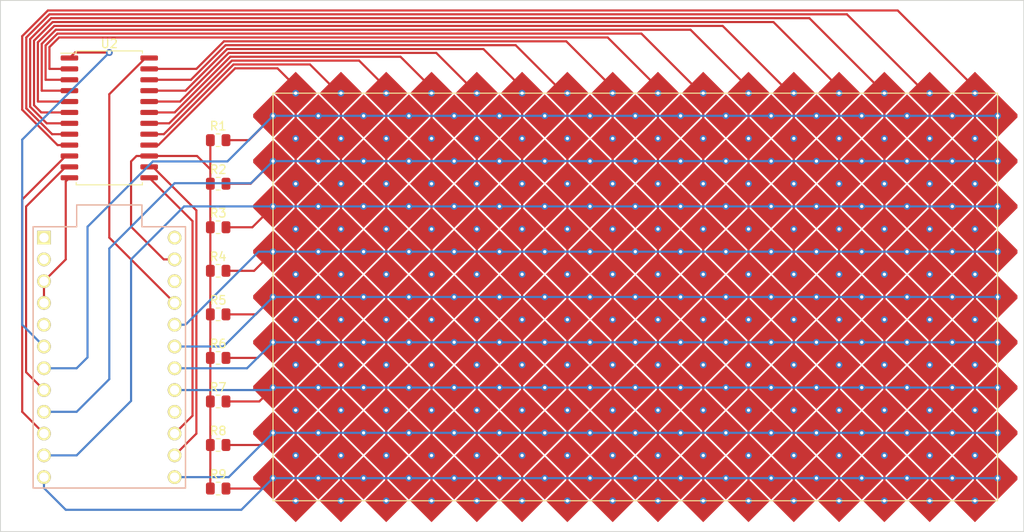
<source format=kicad_pcb>
(kicad_pcb (version 20211014) (generator pcbnew)
  (layers (0 "F.Cu" signal) (31 "B.Cu" signal) (34 "B.Paste" user) (35 "F.Paste" user) (36 "B.SilkS" user "B.Silkscreen") (37 "F.SilkS" user "F.Silkscreen") (38 "B.Mask" user) (39 "F.Mask" user) (44 "Edge.Cuts" user))
  (net 0 "")
  (net 1 "/GND")
  (net 2 "/ADC0")
  (net 3 "/ADC1")
  (net 4 "/ADC2")
  (net 5 "/ADC3")
  (net 6 "/ADC6")
  (net 7 "/ADC7")
  (net 8 "/ADC8")
  (net 9 "/ADC9")
  (net 10 "/ADC10")
  (net 11 "PWM")
  (net 12 "/SIG0")
  (net 13 "/SIG1")
  (net 14 "/SIG3")
  (net 15 "/SIG2")
  (net 16 "/Vcc")
  (net 22 "Net-(U1-PadTx1)")
  (net 23 "Net-(U1-PadTx2)")
  (net 24 "Net-(U1-PadTx3)")
  (net 25 "Net-(U1-PadTx4)")
  (net 26 "Net-(U1-PadTx5)")
  (net 27 "Net-(U1-PadTx6)")
  (net 28 "Net-(U1-PadTx7)")
  (net 29 "Net-(U1-PadTx8)")
  (net 30 "Net-(U1-PadTx9)")
  (net 31 "Net-(U1-PadTx10)")
  (net 32 "Net-(U1-PadTx11)")
  (net 33 "Net-(U1-PadTx12)")
  (net 34 "Net-(U1-PadTx13)")
  (net 35 "Net-(U1-PadTx14)")
  (net 36 "Net-(U1-PadTx15)")
  (net 37 "Net-(U1-PadTx16)")
  (footprint "promicro:ProMicro" (layer "F.Cu") (at 88.9 83.82 -90)
    (fp_text reference "U3" hide)
    (fp_text value "ProMicro")
  )
  (footprint "touchpad-pattern:touchpad" (layer "F.Cu") (at 108 53)
    (fp_text reference "U1" hide)
    (fp_text value "touchpad" hide)
  )
  (footprint "Resistor_SMD:R_0805_2012Metric" (layer "F.Cu") (at 101.6 68.640874)
    (fp_text reference "R3")
    (fp_text value "R")
  )
  (footprint "Resistor_SMD:R_0805_2012Metric" (layer "F.Cu") (at 101.6 88.960874)
    (fp_text reference "R7")
    (fp_text value "R")
  )
  (footprint "Resistor_SMD:R_0805_2012Metric" (layer "F.Cu") (at 101.6 73.720874)
    (fp_text reference "R4")
    (fp_text value "R")
  )
  (footprint "Resistor_SMD:R_0805_2012Metric" (layer "F.Cu") (at 101.6 78.800874)
    (fp_text reference "R5")
    (fp_text value "R")
  )
  (footprint "Resistor_SMD:R_0805_2012Metric" (layer "F.Cu") (at 101.6 83.880874)
    (fp_text reference "R6")
    (fp_text value "R")
  )
  (footprint "Resistor_SMD:R_0805_2012Metric" (layer "F.Cu") (at 101.6 94.040874)
    (fp_text reference "R8")
    (fp_text value "R")
  )
  (footprint "Resistor_SMD:R_0805_2012Metric" (layer "F.Cu") (at 101.6 63.560874)
    (fp_text reference "R2")
    (fp_text value "R")
  )
  (footprint "Package_SO:SOIC-24W_7.5x15.4mm_P1.27mm" (layer "F.Cu") (at 88.9 55.88)
    (fp_text reference "U2")
    (fp_text value "CD74HC4067M")
  )
  (footprint "Resistor_SMD:R_0805_2012Metric" (layer "F.Cu") (at 101.6 58.480874)
    (fp_text reference "R1")
    (fp_text value "R")
  )
  (footprint "Resistor_SMD:R_0805_2012Metric" (layer "F.Cu") (at 101.6 99.120874)
    (fp_text reference "R9")
    (fp_text value "R")
  )
  (gr_rect (start 76.2 42.178805) (end 195.58 104.14) (layer "Edge.Cuts") (width 0.1) (fill none))
  (segment (start 99.14 60.325) (end 100.6875 61.8725) (width 0.25) (layer "F.Cu") (net 1))
  (segment (start 91.44 60.96) (end 92.075 60.325) (width 0.25) (layer "F.Cu") (net 1))
  (segment (start 81.28 77.47) (end 81.28 74.93) (width 0.25) (layer "F.Cu") (net 1))
  (segment (start 100.6875 61.8725) (end 100.6875 99.120874) (width 0.25) (layer "F.Cu") (net 1))
  (segment (start 84.25 62.865) (end 83.82 63.295) (width 0.25) (layer "F.Cu") (net 1))
  (segment (start 83.82 72.39) (end 81.28 74.93) (width 0.25) (layer "F.Cu") (net 1))
  (segment (start 92.075 60.325) (end 93.55 60.325) (width 0.25) (layer "F.Cu") (net 1))
  (segment (start 100.6875 58.480874) (end 100.6875 61.8725) (width 0.25) (layer "F.Cu") (net 1))
  (segment (start 95.25 72.39) (end 91.44 68.58) (width 0.25) (layer "F.Cu") (net 1))
  (segment (start 96.52 72.39) (end 95.25 72.39) (width 0.25) (layer "F.Cu") (net 1))
  (segment (start 93.55 60.325) (end 99.14 60.325) (width 0.25) (layer "F.Cu") (net 1))
  (segment (start 91.44 68.58) (end 91.44 60.96) (width 0.25) (layer "F.Cu") (net 1))
  (segment (start 83.82 63.295) (end 83.82 72.39) (width 0.25) (layer "F.Cu") (net 1))
  (segment (start 106.403166 88.960874) (end 108 87.36404) (width 0.25) (layer "F.Cu") (net 2))
  (segment (start 102.5125 88.960874) (end 106.403166 88.960874) (width 0.25) (layer "F.Cu") (net 2))
  (segment (start 108 87.338478) (end 107.708478 87.63) (width 0.25) (layer "B.Cu") (net 2))
  (segment (start 108 87.338478) (end 192.525483 87.338478) (width 0.25) (layer "B.Cu") (net 2))
  (segment (start 107.708478 87.63) (end 96.52 87.63) (width 0.25) (layer "B.Cu") (net 2))
  (segment (start 106.200326 83.880874) (end 108 82.0812) (width 0.25) (layer "F.Cu") (net 3))
  (segment (start 102.5125 83.880874) (end 106.200326 83.880874) (width 0.25) (layer "F.Cu") (net 3))
  (segment (start 108 82.055635) (end 104.965635 85.09) (width 0.25) (layer "B.Cu") (net 3))
  (segment (start 104.965635 85.09) (end 96.52 85.09) (width 0.25) (layer "B.Cu") (net 3))
  (segment (start 108 82.055635) (end 192.525483 82.055635) (width 0.25) (layer "B.Cu") (net 3))
  (segment (start 105.997486 78.800874) (end 108 76.79836) (width 0.25) (layer "F.Cu") (net 4))
  (segment (start 102.5125 78.800874) (end 105.997486 78.800874) (width 0.25) (layer "F.Cu") (net 4))
  (segment (start 108 76.772792) (end 102.222792 82.55) (width 0.25) (layer "B.Cu") (net 4))
  (segment (start 102.222792 82.55) (end 96.52 82.55) (width 0.25) (layer "B.Cu") (net 4))
  (segment (start 108 76.772792) (end 192.525483 76.772792) (width 0.25) (layer "B.Cu") (net 4))
  (segment (start 102.5125 73.720874) (end 105.794646 73.720874) (width 0.25) (layer "F.Cu") (net 5))
  (segment (start 105.794646 73.720874) (end 108 71.51552) (width 0.25) (layer "F.Cu") (net 5))
  (segment (start 97.79 80.01) (end 96.52 80.01) (width 0.25) (layer "B.Cu") (net 5))
  (segment (start 108 71.489949) (end 106.310051 71.489949) (width 0.25) (layer "B.Cu") (net 5))
  (segment (start 106.310051 71.489949) (end 97.79 80.01) (width 0.25) (layer "B.Cu") (net 5))
  (segment (start 108 71.489949) (end 192.525483 71.489949) (width 0.25) (layer "B.Cu") (net 5))
  (segment (start 102.5125 58.480874) (end 105.186126 58.480874) (width 0.25) (layer "F.Cu") (net 6))
  (segment (start 105.186126 58.480874) (end 108 55.667) (width 0.25) (layer "F.Cu") (net 6))
  (segment (start 93.98 60.96) (end 86.36 68.58) (width 0.25) (layer "B.Cu") (net 6))
  (segment (start 108 55.641421) (end 192.525483 55.641421) (width 0.25) (layer "B.Cu") (net 6))
  (segment (start 86.36 83.82) (end 85.09 85.09) (width 0.25) (layer "B.Cu") (net 6))
  (segment (start 86.36 68.58) (end 86.36 83.82) (width 0.25) (layer "B.Cu") (net 6))
  (segment (start 102.681421 60.96) (end 93.98 60.96) (width 0.25) (layer "B.Cu") (net 6))
  (segment (start 85.09 85.09) (end 81.28 85.09) (width 0.25) (layer "B.Cu") (net 6))
  (segment (start 108 55.641421) (end 102.681421 60.96) (width 0.25) (layer "B.Cu") (net 6))
  (segment (start 105.388966 63.560874) (end 108 60.94984) (width 0.25) (layer "F.Cu") (net 7))
  (segment (start 102.5125 63.560874) (end 105.388966 63.560874) (width 0.25) (layer "F.Cu") (net 7))
  (segment (start 88.9 71.12) (end 96.52 63.5) (width 0.25) (layer "B.Cu") (net 7))
  (segment (start 105.424264 63.5) (end 108 60.924264) (width 0.25) (layer "B.Cu") (net 7))
  (segment (start 96.52 63.5) (end 105.424264 63.5) (width 0.25) (layer "B.Cu") (net 7))
  (segment (start 108 60.924264) (end 192.525483 60.924264) (width 0.25) (layer "B.Cu") (net 7))
  (segment (start 85.09 90.17) (end 88.9 86.36) (width 0.25) (layer "B.Cu") (net 7))
  (segment (start 81.28 90.17) (end 85.09 90.17) (width 0.25) (layer "B.Cu") (net 7))
  (segment (start 88.9 86.36) (end 88.9 71.12) (width 0.25) (layer "B.Cu") (net 7))
  (segment (start 102.5125 68.640874) (end 105.591806 68.640874) (width 0.25) (layer "F.Cu") (net 8))
  (segment (start 105.591806 68.640874) (end 108 66.23268) (width 0.25) (layer "F.Cu") (net 8))
  (segment (start 91.44 72.39) (end 91.44 88.9) (width 0.25) (layer "B.Cu") (net 8))
  (segment (start 91.44 88.9) (end 85.09 95.25) (width 0.25) (layer "B.Cu") (net 8))
  (segment (start 85.09 95.25) (end 81.28 95.25) (width 0.25) (layer "B.Cu") (net 8))
  (segment (start 108 66.207107) (end 97.622893 66.207107) (width 0.25) (layer "B.Cu") (net 8))
  (segment (start 108 66.207107) (end 192.525483 66.207107) (width 0.25) (layer "B.Cu") (net 8))
  (segment (start 97.622893 66.207107) (end 91.44 72.39) (width 0.25) (layer "B.Cu") (net 8))
  (segment (start 106.808846 99.120874) (end 108 97.92972) (width 0.25) (layer "F.Cu") (net 9))
  (segment (start 102.5125 99.120874) (end 106.808846 99.120874) (width 0.25) (layer "F.Cu") (net 9))
  (segment (start 108 97.904163) (end 104.304163 101.6) (width 0.25) (layer "B.Cu") (net 9))
  (segment (start 104.304163 101.6) (end 83.82 101.6) (width 0.25) (layer "B.Cu") (net 9))
  (segment (start 81.28 99.06) (end 81.28 97.79) (width 0.25) (layer "B.Cu") (net 9))
  (segment (start 108 97.904163) (end 192.525483 97.904163) (width 0.25) (layer "B.Cu") (net 9))
  (segment (start 83.82 101.6) (end 81.28 99.06) (width 0.25) (layer "B.Cu") (net 9))
  (segment (start 102.5125 94.040874) (end 106.606006 94.040874) (width 0.25) (layer "F.Cu") (net 10))
  (segment (start 106.606006 94.040874) (end 108 92.64688) (width 0.25) (layer "F.Cu") (net 10))
  (segment (start 102.83132 97.79) (end 96.52 97.79) (width 0.25) (layer "B.Cu") (net 10))
  (segment (start 108 92.62132) (end 192.525483 92.62132) (width 0.25) (layer "B.Cu") (net 10))
  (segment (start 108 92.62132) (end 102.83132 97.79) (width 0.25) (layer "B.Cu") (net 10))
  (segment (start 84.885 48.26) (end 88.9 48.26) (width 0.25) (layer "F.Cu") (net 11))
  (segment (start 84.25 48.895) (end 84.885 48.26) (width 0.25) (layer "F.Cu") (net 11))
  (via blind (at 88.9 48.26) (size 0.8) (drill 0.4) (layers "F.Cu" "B.Cu") (net 11))
  (segment (start 78.74 80.01) (end 78.74 58.42) (width 0.25) (layer "B.Cu") (net 11))
  (segment (start 78.74 58.42) (end 88.9 48.26) (width 0.25) (layer "B.Cu") (net 11))
  (segment (start 81.28 82.55) (end 78.74 80.01) (width 0.25) (layer "B.Cu") (net 11))
  (segment (start 93.976751 61.595) (end 99.06 66.678249) (width 0.25) (layer "F.Cu") (net 12))
  (segment (start 99.06 92.71) (end 96.52 95.25) (width 0.25) (layer "F.Cu") (net 12))
  (segment (start 99.06 66.678249) (end 99.06 92.71) (width 0.25) (layer "F.Cu") (net 12))
  (segment (start 93.55 61.595) (end 93.976751 61.595) (width 0.25) (layer "F.Cu") (net 12))
  (segment (start 98.61 90.62) (end 96.52 92.71) (width 0.25) (layer "F.Cu") (net 13))
  (segment (start 98.61 67.925) (end 98.61 90.62) (width 0.25) (layer "F.Cu") (net 13))
  (segment (start 93.55 62.865) (end 98.61 67.925) (width 0.25) (layer "F.Cu") (net 13))
  (segment (start 78.74 65.408249) (end 78.74 90.17) (width 0.25) (layer "F.Cu") (net 14))
  (segment (start 84.25 60.325) (end 83.823249 60.325) (width 0.25) (layer "F.Cu") (net 14))
  (segment (start 78.74 90.17) (end 81.28 92.71) (width 0.25) (layer "F.Cu") (net 14))
  (segment (start 83.823249 60.325) (end 78.74 65.408249) (width 0.25) (layer "F.Cu") (net 14))
  (segment (start 79.19 66.228249) (end 79.19 85.54) (width 0.25) (layer "F.Cu") (net 15))
  (segment (start 83.823249 61.595) (end 79.19 66.228249) (width 0.25) (layer "F.Cu") (net 15))
  (segment (start 79.19 85.54) (end 81.28 87.63) (width 0.25) (layer "F.Cu") (net 15))
  (segment (start 84.25 61.595) (end 83.823249 61.595) (width 0.25) (layer "F.Cu") (net 15))
  (segment (start 88.9 53.118249) (end 88.9 69.85) (width 0.25) (layer "F.Cu") (net 16))
  (segment (start 93.123249 48.895) (end 88.9 53.118249) (width 0.25) (layer "F.Cu") (net 16))
  (segment (start 88.9 69.85) (end 96.52 77.47) (width 0.25) (layer "F.Cu") (net 16))
  (segment (start 93.55 48.895) (end 93.123249 48.895) (width 0.25) (layer "F.Cu") (net 16))
  (segment (start 103.57898 50.099396) (end 108.519396 50.099396) (width 0.25) (layer "F.Cu") (net 22))
  (segment (start 94.623376 59.055) (end 93.55 59.055) (width 0.25) (layer "F.Cu") (net 22))
  (segment (start 103.57898 50.099396) (end 94.623376 59.055) (width 0.25) (layer "F.Cu") (net 22))
  (segment (start 111.090625 52.670625) (end 111.090625 53) (width 0.25) (layer "F.Cu") (net 22))
  (segment (start 108.519396 50.099396) (end 111.090625 52.670625) (width 0.25) (layer "F.Cu") (net 22))
  (segment (start 110.641421 53) (end 110.641421 100.545584) (width 0.25) (layer "F.Cu") (net 22))
  (segment (start 115.475781 53) (end 115.475781 52.813604) (width 0.25) (layer "F.Cu") (net 23))
  (segment (start 115.924264 53) (end 115.924264 100.545584) (width 0.25) (layer "F.Cu") (net 23))
  (segment (start 95.25698 57.785) (end 93.55 57.785) (width 0.25) (layer "F.Cu") (net 23))
  (segment (start 103.392584 49.649396) (end 95.25698 57.785) (width 0.25) (layer "F.Cu") (net 23))
  (segment (start 112.311573 49.649396) (end 103.392584 49.649396) (width 0.25) (layer "F.Cu") (net 23))
  (segment (start 115.475781 52.813604) (end 112.311573 49.649396) (width 0.25) (layer "F.Cu") (net 23))
  (segment (start 118.042823 49.199396) (end 121.657031 52.813604) (width 0.25) (layer "F.Cu") (net 24))
  (segment (start 121.657031 52.813604) (end 121.657031 53) (width 0.25) (layer "F.Cu") (net 24))
  (segment (start 103.206188 49.199396) (end 95.890584 56.515) (width 0.25) (layer "F.Cu") (net 24))
  (segment (start 103.206188 49.199396) (end 118.042823 49.199396) (width 0.25) (layer "F.Cu") (net 24))
  (segment (start 121.207107 53) (end 121.207107 100.545584) (width 0.25) (layer "F.Cu") (net 24))
  (segment (start 95.890584 56.515) (end 93.55 56.515) (width 0.25) (layer "F.Cu") (net 24))
  (segment (start 122.874073 48.749396) (end 126.938281 52.813604) (width 0.25) (layer "F.Cu") (net 25))
  (segment (start 103.019792 48.749396) (end 122.874073 48.749396) (width 0.25) (layer "F.Cu") (net 25))
  (segment (start 126.938281 52.813604) (end 126.938281 53) (width 0.25) (layer "F.Cu") (net 25))
  (segment (start 103.019792 48.749396) (end 96.524188 55.245) (width 0.25) (layer "F.Cu") (net 25))
  (segment (start 96.524188 55.245) (end 93.55 55.245) (width 0.25) (layer "F.Cu") (net 25))
  (segment (start 126.489949 53) (end 126.489949 100.545584) (width 0.25) (layer "F.Cu") (net 25))
  (segment (start 127.039396 48.299396) (end 102.833396 48.299396) (width 0.25) (layer "F.Cu") (net 26))
  (segment (start 97.157792 53.975) (end 93.55 53.975) (width 0.25) (layer "F.Cu") (net 26))
  (segment (start 102.833396 48.299396) (end 97.157792 53.975) (width 0.25) (layer "F.Cu") (net 26))
  (segment (start 131.323438 53) (end 131.323438 52.583438) (width 0.25) (layer "F.Cu") (net 26))
  (segment (start 131.772792 53) (end 131.772792 100.545584) (width 0.25) (layer "F.Cu") (net 26))
  (segment (start 131.323438 52.583438) (end 127.039396 48.299396) (width 0.25) (layer "F.Cu") (net 26))
  (segment (start 97.791396 52.705) (end 93.55 52.705) (width 0.25) (layer "F.Cu") (net 27))
  (segment (start 137.504688 52.813604) (end 137.504688 53) (width 0.25) (layer "F.Cu") (net 27))
  (segment (start 102.647 47.849396) (end 97.791396 52.705) (width 0.25) (layer "F.Cu") (net 27))
  (segment (start 102.647 47.849396) (end 132.54048 47.849396) (width 0.25) (layer "F.Cu") (net 27))
  (segment (start 132.54048 47.849396) (end 137.504688 52.813604) (width 0.25) (layer "F.Cu") (net 27))
  (segment (start 137.055635 53) (end 137.055635 100.545584) (width 0.25) (layer "F.Cu") (net 27))
  (segment (start 102.460604 47.399396) (end 98.425 51.435) (width 0.25) (layer "F.Cu") (net 28))
  (segment (start 142.338478 53) (end 142.338478 100.545584) (width 0.25) (layer "F.Cu") (net 28))
  (segment (start 141.889844 52.989844) (end 136.299396 47.399396) (width 0.25) (layer "F.Cu") (net 28))
  (segment (start 136.299396 47.399396) (end 102.460604 47.399396) (width 0.25) (layer "F.Cu") (net 28))
  (segment (start 141.889844 53) (end 141.889844 52.989844) (width 0.25) (layer "F.Cu") (net 28))
  (segment (start 98.425 51.435) (end 93.55 51.435) (width 0.25) (layer "F.Cu") (net 28))
  (segment (start 147.62132 53) (end 147.62132 100.545584) (width 0.25) (layer "F.Cu") (net 29))
  (segment (start 102.274208 46.949396) (end 99.058604 50.165) (width 0.25) (layer "F.Cu") (net 29))
  (segment (start 148.071094 53) (end 148.071094 52.813604) (width 0.25) (layer "F.Cu") (net 29))
  (segment (start 148.071094 52.813604) (end 142.206886 46.949396) (width 0.25) (layer "F.Cu") (net 29))
  (segment (start 99.058604 50.165) (end 93.55 50.165) (width 0.25) (layer "F.Cu") (net 29))
  (segment (start 142.206886 46.949396) (end 102.274208 46.949396) (width 0.25) (layer "F.Cu") (net 29))
  (segment (start 147.038136 46.499396) (end 83.040604 46.499396) (width 0.25) (layer "F.Cu") (net 30))
  (segment (start 81.918249 50.165) (end 84.25 50.165) (width 0.25) (layer "F.Cu") (net 30))
  (segment (start 152.904163 53) (end 152.904163 100.545584) (width 0.25) (layer "F.Cu") (net 30))
  (segment (start 153.352344 52.813604) (end 147.038136 46.499396) (width 0.25) (layer "F.Cu") (net 30))
  (segment (start 83.040604 46.499396) (end 81.918249 47.621751) (width 0.25) (layer "F.Cu") (net 30))
  (segment (start 81.918249 47.621751) (end 81.918249 50.165) (width 0.25) (layer "F.Cu") (net 30))
  (segment (start 157.7375 52.813604) (end 150.973292 46.049396) (width 0.25) (layer "F.Cu") (net 31))
  (segment (start 81.468249 47.435355) (end 81.468249 51.435) (width 0.25) (layer "F.Cu") (net 31))
  (segment (start 82.854208 46.049396) (end 81.468249 47.435355) (width 0.25) (layer "F.Cu") (net 31))
  (segment (start 150.973292 46.049396) (end 82.854208 46.049396) (width 0.25) (layer "F.Cu") (net 31))
  (segment (start 81.468249 51.435) (end 84.25 51.435) (width 0.25) (layer "F.Cu") (net 31))
  (segment (start 158.187006 53) (end 158.187006 100.545584) (width 0.25) (layer "F.Cu") (net 31))
  (segment (start 163.469848 53) (end 163.469848 100.545584) (width 0.25) (layer "F.Cu") (net 32))
  (segment (start 156.704542 45.599396) (end 82.667812 45.599396) (width 0.25) (layer "F.Cu") (net 32))
  (segment (start 163.91875 53) (end 163.91875 52.813604) (width 0.25) (layer "F.Cu") (net 32))
  (segment (start 82.667812 45.599396) (end 81.018249 47.248959) (width 0.25) (layer "F.Cu") (net 32))
  (segment (start 163.91875 52.813604) (end 156.704542 45.599396) (width 0.25) (layer "F.Cu") (net 32))
  (segment (start 81.018249 47.248959) (end 81.018249 52.705) (width 0.25) (layer "F.Cu") (net 32))
  (segment (start 81.018249 52.705) (end 84.25 52.705) (width 0.25) (layer "F.Cu") (net 32))
  (segment (start 82.481416 45.149396) (end 80.568249 47.062563) (width 0.25) (layer "F.Cu") (net 33))
  (segment (start 80.568249 47.062563) (end 80.568249 53.975) (width 0.25) (layer "F.Cu") (net 33))
  (segment (start 80.568249 53.975) (end 84.25 53.975) (width 0.25) (layer "F.Cu") (net 33))
  (segment (start 168.303906 53) (end 160.453302 45.149396) (width 0.25) (layer "F.Cu") (net 33))
  (segment (start 168.752691 53) (end 168.752691 100.545584) (width 0.25) (layer "F.Cu") (net 33))
  (segment (start 160.453302 45.149396) (end 82.481416 45.149396) (width 0.25) (layer "F.Cu") (net 33))
  (segment (start 82.29502 44.699396) (end 80.118249 46.876167) (width 0.25) (layer "F.Cu") (net 34))
  (segment (start 80.118249 46.876167) (end 80.118249 54.397259) (width 0.25) (layer "F.Cu") (net 34))
  (segment (start 80.118249 54.397259) (end 80.96599 55.245) (width 0.25) (layer "F.Cu") (net 34))
  (segment (start 174.485156 53) (end 174.485156 52.813604) (width 0.25) (layer "F.Cu") (net 34))
  (segment (start 174.035534 53) (end 174.035534 100.545584) (width 0.25) (layer "F.Cu") (net 34))
  (segment (start 80.96599 55.245) (end 84.25 55.245) (width 0.25) (layer "F.Cu") (net 34))
  (segment (start 174.485156 52.813604) (end 166.370948 44.699396) (width 0.25) (layer "F.Cu") (net 34))
  (segment (start 166.370948 44.699396) (end 82.29502 44.699396) (width 0.25) (layer "F.Cu") (net 34))
  (segment (start 170.567735 44.249396) (end 82.108624 44.249396) (width 0.25) (layer "F.Cu") (net 35))
  (segment (start 82.108624 44.249396) (end 79.668249 46.689771) (width 0.25) (layer "F.Cu") (net 35))
  (segment (start 79.668249 46.689771) (end 79.668249 54.583655) (width 0.25) (layer "F.Cu") (net 35))
  (segment (start 79.668249 54.583655) (end 81.599594 56.515) (width 0.25) (layer "F.Cu") (net 35))
  (segment (start 179.001128 52.682789) (end 170.567735 44.249396) (width 0.25) (layer "F.Cu") (net 35))
  (segment (start 179.318377 53) (end 179.318377 100.545584) (width 0.25) (layer "F.Cu") (net 35))
  (segment (start 81.599594 56.515) (end 84.25 56.515) (width 0.25) (layer "F.Cu") (net 35))
  (segment (start 82.233198 57.785) (end 84.25 57.785) (width 0.25) (layer "F.Cu") (net 36))
  (segment (start 184.601219 53) (end 184.601219 100.545584) (width 0.25) (layer "F.Cu") (net 36))
  (segment (start 81.922228 43.799396) (end 79.218249 46.503375) (width 0.25) (layer "F.Cu") (net 36))
  (segment (start 174.950959 43.799396) (end 81.922228 43.799396) (width 0.25) (layer "F.Cu") (net 36))
  (segment (start 184.151563 53) (end 174.950959 43.799396) (width 0.25) (layer "F.Cu") (net 36))
  (segment (start 79.218249 46.503375) (end 79.218249 54.770051) (width 0.25) (layer "F.Cu") (net 36))
  (segment (start 79.218249 54.770051) (end 82.233198 57.785) (width 0.25) (layer "F.Cu") (net 36))
  (segment (start 180.868605 43.349396) (end 81.735832 43.349396) (width 0.25) (layer "F.Cu") (net 37))
  (segment (start 189.884062 53) (end 189.884062 100.545584) (width 0.25) (layer "F.Cu") (net 37))
  (segment (start 190.5 52.980791) (end 180.868605 43.349396) (width 0.25) (layer "F.Cu") (net 37))
  (segment (start 78.74 54.928198) (end 82.866802 59.055) (width 0.25) (layer "F.Cu") (net 37))
  (segment (start 78.74 46.345228) (end 78.74 54.928198) (width 0.25) (layer "F.Cu") (net 37))
  (segment (start 82.866802 59.055) (end 84.25 59.055) (width 0.25) (layer "F.Cu") (net 37))
  (segment (start 81.735832 43.349396) (end 78.74 46.345228) (width 0.25) (layer "F.Cu") (net 37))
)
</source>
